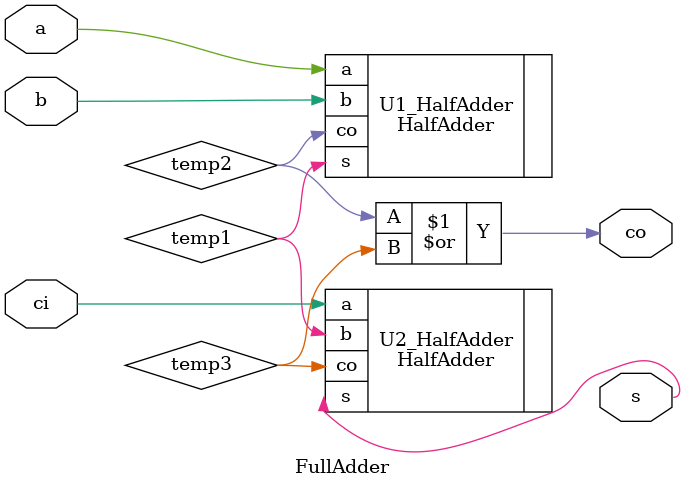
<source format=v>
module FullAdder (
    input  a  ,
    input  b  ,
    input  ci ,
    output s  ,
    output co 
);   
    wire temp1, temp2, temp3;

    HalfAdder U1_HalfAdder(.a(a), .b(b), .s(temp1), .co(temp2));
    HalfAdder U2_HalfAdder(.a(ci), .b(temp1), .s(s), .co(temp3));
    assign co = temp2 | temp3;

endmodule
</source>
